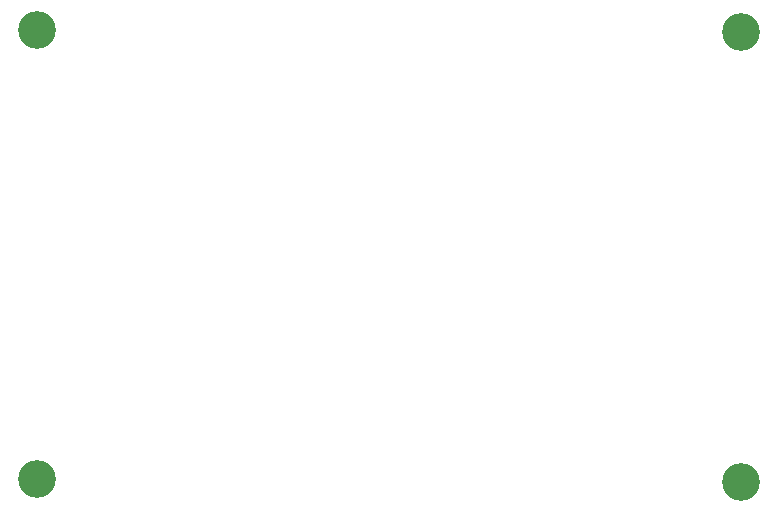
<source format=gbr>
%TF.GenerationSoftware,KiCad,Pcbnew,8.0.1*%
%TF.CreationDate,2024-09-12T20:00:03-03:00*%
%TF.ProjectId,monitor_solar_v2,6d6f6e69-746f-4725-9f73-6f6c61725f76,rev?*%
%TF.SameCoordinates,PX602d950PY4d2bdc0*%
%TF.FileFunction,NonPlated,1,2,NPTH,Drill*%
%TF.FilePolarity,Positive*%
%FSLAX46Y46*%
G04 Gerber Fmt 4.6, Leading zero omitted, Abs format (unit mm)*
G04 Created by KiCad (PCBNEW 8.0.1) date 2024-09-12 20:00:03*
%MOMM*%
%LPD*%
G01*
G04 APERTURE LIST*
%TA.AperFunction,ComponentDrill*%
%ADD10C,3.200000*%
%TD*%
G04 APERTURE END LIST*
D10*
%TO.C,H1*%
X3650000Y41920000D03*
%TO.C,H3*%
X3650000Y3920000D03*
%TO.C,H2*%
X63234000Y41804000D03*
%TO.C,H4*%
X63234000Y3704000D03*
M02*

</source>
